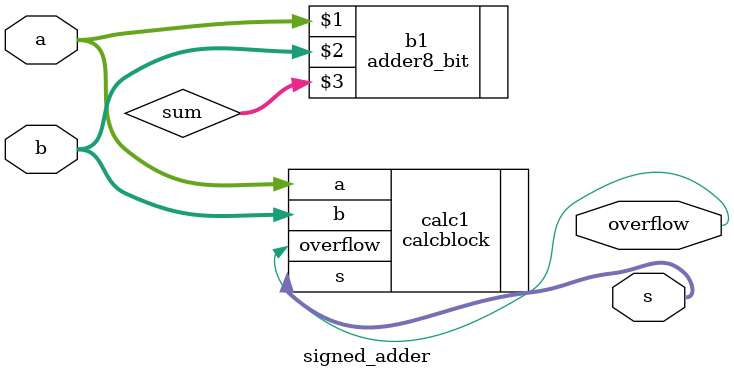
<source format=v>

module signed_adder(input [7:0] a,
    input [7:0] b,
    output [7:0] s,
    output overflow
); 

// The numbers a and b are added to the output s. 
// assign the occurence of the signed overflow of a and b to the output overflow.
// a signed overflow occurs if the most significant bits of a and b are low and the most significant bit of s is high
// a signed overflow may also occur if the most significant bits of a and b are high and the most significant bit of s is low



wire signed [8:0] sum;
adder8_bit b1(a,b,sum); 
	
calcblock calc1(
.a(a),
.b(b),
.s(s),
.overflow(overflow)
	);

endmodule

</source>
